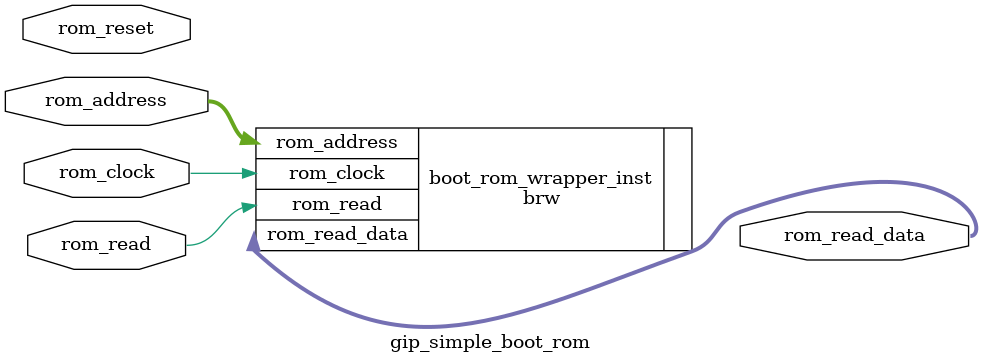
<source format=v>
module gip_simple_boot_rom
(
    rom_clock,

    rom_address,
    rom_read,
    rom_reset,

    rom_read_data
);

    //b Clocks
    input rom_clock;

    //b Inputs
    input [11:0]rom_address;
    input rom_read;
    input rom_reset;

    //b Outputs
    output [31:0]rom_read_data;

    brw boot_rom_wrapper_inst( .rom_clock(rom_clock), .rom_address(rom_address), .rom_read_data(rom_read_data), .rom_read(rom_read));
endmodule

</source>
